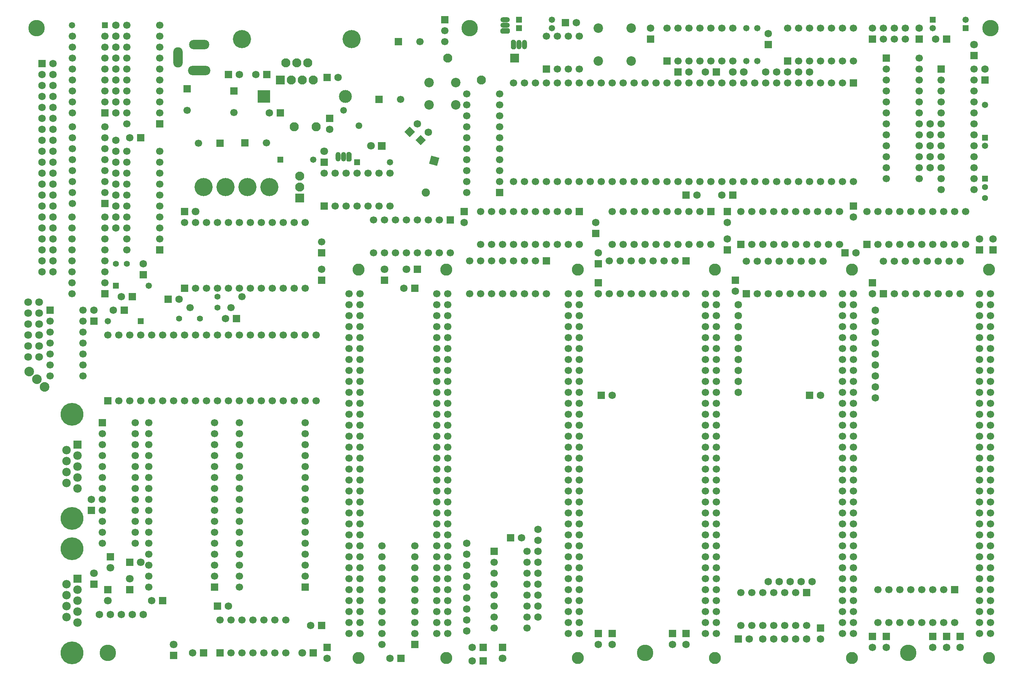
<source format=gbr>
G04 DipTrace 2.4.0.2*
%INBottomMask.gbr*%
%MOIN*%
%ADD30C,0.0748*%
%ADD49C,0.0669*%
%ADD58C,0.1102*%
%ADD59C,0.15*%
%ADD64C,0.0669*%
%ADD67C,0.0709*%
%ADD73C,0.0551*%
%ADD75C,0.0559*%
%ADD77C,0.0866*%
%ADD78R,0.0579X0.0579*%
%ADD80C,0.0579*%
%ADD82C,0.0579*%
%ADD84O,0.0866X0.0472*%
%ADD86O,0.0472X0.0866*%
%ADD88C,0.061*%
%ADD90C,0.0829*%
%ADD92O,0.0866X0.185*%
%ADD94O,0.185X0.0866*%
%ADD96O,0.2047X0.0866*%
%ADD98C,0.2079*%
%ADD100C,0.0779*%
%ADD102R,0.0779X0.0779*%
%ADD105C,0.1654*%
%ADD107C,0.1181*%
%ADD109R,0.1181X0.1181*%
%ADD111C,0.0551*%
%ADD112C,0.0879*%
%ADD115R,0.0669X0.0669*%
%ADD117R,0.0709X0.0709*%
%ADD119R,0.0679X0.0679*%
%ADD121C,0.0679*%
%ADD123C,0.0827*%
%ADD124R,0.0827X0.0827*%
%FSLAX44Y44*%
G04*
G70*
G90*
G75*
G01*
%LNBotMask*%
%LPD*%
D124*
X49055Y59695D3*
D123*
X45996Y57687D3*
X42937Y59695D3*
D121*
X64937Y58437D3*
D119*
X63937D3*
D121*
X65687Y47187D3*
D119*
X64687D3*
D121*
X66437Y58437D3*
D119*
X67437D3*
D121*
X67937Y47187D3*
D119*
X68937D3*
D121*
X54687Y62937D3*
D119*
X53687D3*
D121*
X61437Y62437D3*
D119*
Y61437D3*
D121*
X49687Y15937D3*
D119*
X48687D3*
D121*
X68437Y43187D3*
D119*
Y42187D3*
D121*
Y44687D3*
D119*
Y45687D3*
D121*
X56437Y44687D3*
D119*
Y43687D3*
D121*
X79937Y45187D3*
D119*
Y46187D3*
D121*
X44437Y44687D3*
D119*
Y45687D3*
D121*
X87437Y61437D3*
D119*
X88437D3*
D121*
X85937Y62437D3*
D119*
Y61437D3*
D121*
X91937Y58687D3*
D119*
Y57687D3*
D121*
X72187Y61937D3*
D119*
Y60937D3*
D121*
X89687Y5937D3*
D119*
Y6937D3*
D121*
X19687Y5437D3*
D119*
X20687D3*
D121*
X31437Y40437D3*
D119*
Y39437D3*
D121*
X38937Y38687D3*
D119*
X39937D3*
D117*
X37187Y39437D3*
D67*
Y40437D3*
D117*
X40187D3*
D67*
X39187D3*
D121*
X37687Y4937D3*
D119*
X38687D3*
D121*
X15937Y10187D3*
D119*
X16937D3*
D121*
X22937Y9687D3*
D119*
X21937D3*
D121*
X45187Y4687D3*
D119*
X46187D3*
D121*
X45187Y5937D3*
D119*
X46187D3*
D117*
X47937D3*
D67*
Y4937D3*
D121*
X31937D3*
D119*
Y5937D3*
D121*
X30437Y7937D3*
D119*
X31437D3*
D117*
X30687Y5437D3*
D67*
X29687D3*
D121*
X87187Y5937D3*
D119*
Y6937D3*
D121*
X88437Y5937D3*
D119*
Y6937D3*
D121*
X91437Y43187D3*
D119*
Y42187D3*
D121*
X92687Y43187D3*
D119*
Y42187D3*
D121*
X81687Y5937D3*
D119*
Y6937D3*
D121*
X82937Y5937D3*
D119*
Y6937D3*
D121*
X80187Y41937D3*
D119*
X79187D3*
D121*
X81687Y38187D3*
D119*
Y39187D3*
D121*
X63437Y6187D3*
D119*
Y7187D3*
D121*
X64687Y6187D3*
D119*
Y7187D3*
D121*
X69187Y38437D3*
D119*
Y39437D3*
D121*
X70437Y6687D3*
D119*
X69437D3*
D121*
X56687Y6187D3*
D119*
Y7187D3*
D121*
X57937Y6187D3*
D119*
Y7187D3*
D121*
X56687Y41937D3*
D119*
Y40937D3*
D121*
Y38187D3*
D119*
Y39187D3*
D121*
X76937Y6687D3*
D119*
Y7687D3*
D117*
X11937Y11187D3*
D67*
Y10187D3*
D121*
X10437Y19437D3*
D119*
Y18437D3*
D121*
X12437Y36687D3*
D119*
X13437D3*
D117*
X12187Y14187D3*
D67*
Y13187D3*
D121*
X22687Y35937D3*
D119*
X23687D3*
D117*
X13937Y11187D3*
D67*
Y12187D3*
D121*
X18437Y37687D3*
D119*
X17437D3*
D117*
X10687Y11687D3*
D67*
Y12687D3*
D117*
X13937Y13687D3*
D67*
X14937D3*
D121*
X15187Y40937D3*
D119*
Y39937D3*
D121*
X13937Y52437D3*
D119*
X14937D3*
D121*
X13187Y37937D3*
D119*
X14187D3*
D67*
X19937Y45687D3*
D117*
X18937D3*
D67*
X31687Y51187D3*
D117*
Y50187D3*
X17937Y5187D3*
D67*
Y6187D3*
D117*
X90937Y59937D3*
D67*
Y60937D3*
G36*
X37291Y51333D2*
X36583D1*
Y52041D1*
X37291D1*
Y51333D1*
G37*
D67*
X35937Y51687D3*
D121*
X57937Y28937D3*
D119*
X56937D3*
D121*
X76937D3*
D119*
X75937D3*
D121*
X10687Y36687D3*
D119*
Y35687D3*
D121*
X26687Y54687D3*
D119*
X27687D3*
D115*
X19187Y56906D3*
D49*
Y54937D3*
D115*
X23437Y56687D3*
D49*
Y54719D3*
D115*
X22187Y51937D3*
D49*
X20219D3*
D115*
X24453Y51953D3*
D49*
X26421D3*
D121*
X23937Y58187D3*
D119*
X22937D3*
D121*
X25437D3*
D119*
X26437D3*
D115*
X36687Y55937D3*
D49*
X38656D3*
D115*
X38437Y61187D3*
D49*
X40406D3*
D121*
X32187Y53187D3*
D119*
Y54187D3*
D121*
X32937Y57937D3*
D119*
X31937D3*
D121*
X40187Y53687D3*
G36*
X39000Y52980D2*
X39480Y53460D1*
X39960Y52980D1*
X39480Y52500D1*
X39000Y52980D1*
G37*
D121*
X41187Y52937D3*
G36*
X40000Y52230D2*
X40480Y52710D1*
X40960Y52230D1*
X40480Y51750D1*
X40000Y52230D1*
G37*
D112*
X4773Y31101D3*
X5480Y30394D3*
X6187Y29687D3*
D111*
X12687Y40937D3*
X13687D3*
X91937Y46937D3*
Y47937D3*
D109*
X26187Y56187D3*
D107*
X33604D3*
D105*
X34187Y61437D3*
X24187D3*
D115*
X81687D3*
D49*
Y62437D3*
X82687Y61437D3*
Y62437D3*
X83687Y61437D3*
Y62437D3*
X84687Y61437D3*
Y62437D3*
D64*
X33937Y7187D3*
Y8187D3*
Y9187D3*
Y10187D3*
Y11187D3*
Y12187D3*
Y13187D3*
Y14187D3*
Y15187D3*
Y16187D3*
Y17187D3*
Y18187D3*
Y19187D3*
Y20187D3*
Y21187D3*
Y22187D3*
Y23187D3*
Y24187D3*
Y25187D3*
Y26187D3*
Y27187D3*
Y28187D3*
Y29187D3*
Y30187D3*
Y31187D3*
Y32187D3*
Y33187D3*
Y34187D3*
Y35187D3*
Y36187D3*
Y37187D3*
Y38187D3*
X34937Y7187D3*
Y8187D3*
Y9187D3*
Y10187D3*
Y11187D3*
Y12187D3*
Y13187D3*
Y14187D3*
Y15187D3*
Y16187D3*
Y17187D3*
Y18187D3*
Y19187D3*
Y20187D3*
Y21187D3*
Y22187D3*
Y23187D3*
Y24187D3*
Y25187D3*
Y26187D3*
Y27187D3*
Y28187D3*
Y29187D3*
Y30187D3*
Y31187D3*
Y32187D3*
Y33187D3*
Y34187D3*
Y35187D3*
Y36187D3*
Y37187D3*
Y38187D3*
D58*
X34819Y4974D3*
Y40407D3*
D64*
X41937Y7187D3*
Y8187D3*
Y9187D3*
Y10187D3*
Y11187D3*
Y12187D3*
Y13187D3*
Y14187D3*
Y15187D3*
Y16187D3*
Y17187D3*
Y18187D3*
Y19187D3*
Y20187D3*
Y21187D3*
Y22187D3*
Y23187D3*
Y24187D3*
Y25187D3*
Y26187D3*
Y27187D3*
Y28187D3*
Y29187D3*
Y30187D3*
Y31187D3*
Y32187D3*
Y33187D3*
Y34187D3*
Y35187D3*
Y36187D3*
Y37187D3*
Y38187D3*
X42937Y7187D3*
Y8187D3*
Y9187D3*
Y10187D3*
Y11187D3*
Y12187D3*
Y13187D3*
Y14187D3*
Y15187D3*
Y16187D3*
Y17187D3*
Y18187D3*
Y19187D3*
Y20187D3*
Y21187D3*
Y22187D3*
Y23187D3*
Y24187D3*
Y25187D3*
Y26187D3*
Y27187D3*
Y28187D3*
Y29187D3*
Y30187D3*
Y31187D3*
Y32187D3*
Y33187D3*
Y34187D3*
Y35187D3*
Y36187D3*
Y37187D3*
Y38187D3*
D58*
X42819Y4974D3*
Y40407D3*
D64*
X53937Y7187D3*
Y8187D3*
Y9187D3*
Y10187D3*
Y11187D3*
Y12187D3*
Y13187D3*
Y14187D3*
Y15187D3*
Y16187D3*
Y17187D3*
Y18187D3*
Y19187D3*
Y20187D3*
Y21187D3*
Y22187D3*
Y23187D3*
Y24187D3*
Y25187D3*
Y26187D3*
Y27187D3*
Y28187D3*
Y29187D3*
Y30187D3*
Y31187D3*
Y32187D3*
Y33187D3*
Y34187D3*
Y35187D3*
Y36187D3*
Y37187D3*
Y38187D3*
X54937Y7187D3*
Y8187D3*
Y9187D3*
Y10187D3*
Y11187D3*
Y12187D3*
Y13187D3*
Y14187D3*
Y15187D3*
Y16187D3*
Y17187D3*
Y18187D3*
Y19187D3*
Y20187D3*
Y21187D3*
Y22187D3*
Y23187D3*
Y24187D3*
Y25187D3*
Y26187D3*
Y27187D3*
Y28187D3*
Y29187D3*
Y30187D3*
Y31187D3*
Y32187D3*
Y33187D3*
Y34187D3*
Y35187D3*
Y36187D3*
Y37187D3*
Y38187D3*
D58*
X54819Y4974D3*
Y40407D3*
D64*
X66437Y7187D3*
Y8187D3*
Y9187D3*
Y10187D3*
Y11187D3*
Y12187D3*
Y13187D3*
Y14187D3*
Y15187D3*
Y16187D3*
Y17187D3*
Y18187D3*
Y19187D3*
Y20187D3*
Y21187D3*
Y22187D3*
Y23187D3*
Y24187D3*
Y25187D3*
Y26187D3*
Y27187D3*
Y28187D3*
Y29187D3*
Y30187D3*
Y31187D3*
Y32187D3*
Y33187D3*
Y34187D3*
Y35187D3*
Y36187D3*
Y37187D3*
Y38187D3*
X67437Y7187D3*
Y8187D3*
Y9187D3*
Y10187D3*
Y11187D3*
Y12187D3*
Y13187D3*
Y14187D3*
Y15187D3*
Y16187D3*
Y17187D3*
Y18187D3*
Y19187D3*
Y20187D3*
Y21187D3*
Y22187D3*
Y23187D3*
Y24187D3*
Y25187D3*
Y26187D3*
Y27187D3*
Y28187D3*
Y29187D3*
Y30187D3*
Y31187D3*
Y32187D3*
Y33187D3*
Y34187D3*
Y35187D3*
Y36187D3*
Y37187D3*
Y38187D3*
D58*
X67319Y4974D3*
Y40407D3*
D64*
X78937Y7187D3*
Y8187D3*
Y9187D3*
Y10187D3*
Y11187D3*
Y12187D3*
Y13187D3*
Y14187D3*
Y15187D3*
Y16187D3*
Y17187D3*
Y18187D3*
Y19187D3*
Y20187D3*
Y21187D3*
Y22187D3*
Y23187D3*
Y24187D3*
Y25187D3*
Y26187D3*
Y27187D3*
Y28187D3*
Y29187D3*
Y30187D3*
Y31187D3*
Y32187D3*
Y33187D3*
Y34187D3*
Y35187D3*
Y36187D3*
Y37187D3*
Y38187D3*
X79937Y7187D3*
Y8187D3*
Y9187D3*
Y10187D3*
Y11187D3*
Y12187D3*
Y13187D3*
Y14187D3*
Y15187D3*
Y16187D3*
Y17187D3*
Y18187D3*
Y19187D3*
Y20187D3*
Y21187D3*
Y22187D3*
Y23187D3*
Y24187D3*
Y25187D3*
Y26187D3*
Y27187D3*
Y28187D3*
Y29187D3*
Y30187D3*
Y31187D3*
Y32187D3*
Y33187D3*
Y34187D3*
Y35187D3*
Y36187D3*
Y37187D3*
Y38187D3*
D58*
X79819Y4974D3*
Y40407D3*
D64*
X91437Y7187D3*
Y8187D3*
Y9187D3*
Y10187D3*
Y11187D3*
Y12187D3*
Y13187D3*
Y14187D3*
Y15187D3*
Y16187D3*
Y17187D3*
Y18187D3*
Y19187D3*
Y20187D3*
Y21187D3*
Y22187D3*
Y23187D3*
Y24187D3*
Y25187D3*
Y26187D3*
Y27187D3*
Y28187D3*
Y29187D3*
Y30187D3*
Y31187D3*
Y32187D3*
Y33187D3*
Y34187D3*
Y35187D3*
Y36187D3*
Y37187D3*
Y38187D3*
X92437Y7187D3*
Y8187D3*
Y9187D3*
Y10187D3*
Y11187D3*
Y12187D3*
Y13187D3*
Y14187D3*
Y15187D3*
Y16187D3*
Y17187D3*
Y18187D3*
Y19187D3*
Y20187D3*
Y21187D3*
Y22187D3*
Y23187D3*
Y24187D3*
Y25187D3*
Y26187D3*
Y27187D3*
Y28187D3*
Y29187D3*
Y30187D3*
Y31187D3*
Y32187D3*
Y33187D3*
Y34187D3*
Y35187D3*
Y36187D3*
Y37187D3*
Y38187D3*
D58*
X92319Y4974D3*
Y40407D3*
D102*
X9187Y24437D3*
D100*
Y23437D3*
Y22437D3*
Y21437D3*
Y20437D3*
X8187Y23937D3*
Y22937D3*
Y21937D3*
Y20937D3*
D98*
X8687Y27187D3*
Y17687D3*
D102*
X9187Y12187D3*
D100*
Y11187D3*
Y10187D3*
Y9187D3*
Y8187D3*
X8187Y11687D3*
Y10687D3*
Y9687D3*
Y8687D3*
D98*
X8687Y14937D3*
Y5437D3*
D121*
X5937Y40187D3*
Y41187D3*
Y42187D3*
Y43187D3*
Y44187D3*
Y45187D3*
Y46187D3*
Y47187D3*
Y48187D3*
Y49187D3*
Y50187D3*
Y51187D3*
Y52187D3*
Y53187D3*
Y54187D3*
Y55187D3*
Y56187D3*
Y57187D3*
Y58187D3*
D119*
Y59187D3*
D121*
X6937D3*
Y58187D3*
Y57187D3*
Y56187D3*
Y55187D3*
Y54187D3*
Y53187D3*
Y52187D3*
Y51187D3*
Y50187D3*
Y49187D3*
Y48187D3*
Y47187D3*
Y46187D3*
Y45187D3*
Y44187D3*
Y43187D3*
Y42187D3*
Y41187D3*
Y40187D3*
D105*
X22687Y47937D3*
X24687D3*
X26687D3*
X20687D3*
D115*
X31437Y41937D3*
D49*
Y42937D3*
D96*
X20276Y58575D3*
D94*
Y60937D3*
D92*
X18346Y59756D3*
D90*
X28937Y53437D3*
X30937D3*
D88*
X33437Y54937D3*
X34829Y53545D3*
G36*
X41253Y50063D2*
X41447Y50785D1*
X42169Y50592D1*
X41976Y49869D1*
X41253Y50063D1*
G37*
D30*
X40937Y47437D3*
G36*
X48701Y60625D2*
X48822Y60504D1*
X49052D1*
X49173Y60625D1*
Y61249D1*
X49052Y61370D1*
X48822D1*
X48701Y61249D1*
Y60625D1*
G37*
D86*
X49437Y60937D3*
X49937D3*
G36*
X48499Y61951D2*
X48620Y62072D1*
Y62302D1*
X48499Y62423D1*
X47875D1*
X47754Y62302D1*
Y62072D1*
X47875Y61951D1*
X48499D1*
G37*
D84*
X48187Y62687D3*
Y63187D3*
D124*
X29437Y46937D3*
D123*
Y47937D3*
Y48937D3*
G36*
X34173Y50999D2*
X34052Y51120D1*
X33822D1*
X33701Y50999D1*
Y50375D1*
X33822Y50254D1*
X34052D1*
X34173Y50375D1*
Y50999D1*
G37*
D86*
X33437Y50687D3*
X32937D3*
D121*
X75937Y58437D3*
X74937D3*
X73937D3*
X72937D3*
X71937D3*
D82*
X70187Y59437D3*
D80*
Y62437D3*
D67*
X69937Y58437D3*
X68937D3*
D82*
X71187Y59437D3*
D80*
Y62437D3*
D82*
X52437D3*
D78*
X49437D3*
D82*
X52437Y63187D3*
D78*
X49437D3*
D121*
X51187Y8687D3*
Y9687D3*
Y10687D3*
Y11687D3*
Y12687D3*
Y13687D3*
Y14687D3*
Y15687D3*
Y16687D3*
D115*
X64687Y41187D3*
D49*
X63687D3*
X62687D3*
X61687D3*
X60687D3*
X59687D3*
X58687D3*
X57687D3*
Y38195D3*
X58687D3*
X59687D3*
X60687D3*
X61687D3*
X62687D3*
X63687D3*
X64687D3*
D115*
X70187Y38187D3*
D49*
X71187D3*
X72187D3*
X73187D3*
X74187D3*
X75187D3*
X76187D3*
X77187D3*
Y41179D3*
X76187D3*
X75187D3*
X74187D3*
X73187D3*
X72187D3*
X71187D3*
X70187D3*
D121*
X69437Y29187D3*
Y30187D3*
Y31187D3*
Y32187D3*
Y33187D3*
Y34187D3*
Y35187D3*
Y36187D3*
Y37187D3*
D115*
X51937Y41187D3*
D49*
X50937D3*
X49937D3*
X48937D3*
X47937D3*
X46937D3*
X45937D3*
X44937D3*
Y38195D3*
X45937D3*
X46937D3*
X47937D3*
X48937D3*
X49937D3*
X50937D3*
X51937D3*
D115*
X82687Y38187D3*
D49*
X83687D3*
X84687D3*
X85687D3*
X86687D3*
X87687D3*
X88687D3*
X89687D3*
Y41179D3*
X88687D3*
X87687D3*
X86687D3*
X85687D3*
X84687D3*
X83687D3*
X82687D3*
D121*
X81937Y28687D3*
Y29687D3*
Y30687D3*
Y31687D3*
Y32687D3*
Y33687D3*
Y34687D3*
Y35687D3*
Y36687D3*
D115*
X43187Y44937D3*
D49*
X42187D3*
X41187D3*
X40187D3*
X39187D3*
X38187D3*
X37187D3*
X36187D3*
Y41945D3*
X37187D3*
X38187D3*
X39187D3*
X40187D3*
X41187D3*
X42187D3*
X43187D3*
D82*
X90187Y63187D3*
D78*
X87187D3*
D82*
Y62437D3*
D78*
X90187D3*
D121*
X86937Y53687D3*
Y52687D3*
Y51687D3*
Y50687D3*
Y49687D3*
X44687Y15437D3*
Y14437D3*
Y13437D3*
Y12437D3*
Y11437D3*
Y10437D3*
Y9437D3*
Y8437D3*
Y7437D3*
X75687Y6687D3*
X74687D3*
X73687D3*
X72687D3*
X71687D3*
X76187Y11937D3*
X75187D3*
X74187D3*
X73187D3*
X72187D3*
D82*
X91937Y55437D3*
D78*
Y52437D3*
D121*
X15187Y8937D3*
X14187D3*
X13187D3*
X12187D3*
X11187D3*
D82*
X11937Y35687D3*
D78*
X14937D3*
D67*
X5687Y33437D3*
Y32437D3*
X4687Y33437D3*
Y32437D3*
D115*
X11687Y54687D3*
D49*
Y55687D3*
Y56687D3*
Y57687D3*
Y58687D3*
Y59687D3*
Y60687D3*
Y61687D3*
X8695D3*
Y60687D3*
Y59687D3*
Y58687D3*
Y57687D3*
Y56687D3*
Y55687D3*
Y54687D3*
D121*
X12687Y44187D3*
Y45187D3*
Y46187D3*
Y47187D3*
Y48187D3*
Y49187D3*
Y50187D3*
Y51187D3*
Y52187D3*
D82*
X8687Y62687D3*
D78*
X11687D3*
D115*
Y46437D3*
D49*
Y47437D3*
Y48437D3*
Y49437D3*
Y50437D3*
Y51437D3*
Y52437D3*
Y53437D3*
X8695D3*
Y52437D3*
Y51437D3*
Y50437D3*
Y49437D3*
Y48437D3*
Y47437D3*
Y46437D3*
D82*
X30687Y50437D3*
D78*
X27687D3*
D67*
X5687Y37437D3*
Y36437D3*
X4687Y35437D3*
Y34437D3*
D121*
X12687Y54687D3*
Y55687D3*
Y56687D3*
Y57687D3*
Y58687D3*
Y59687D3*
Y60687D3*
Y61687D3*
Y62687D3*
D82*
X37687Y50187D3*
D78*
X34687D3*
D67*
X4687Y36437D3*
Y37437D3*
X5687Y35437D3*
Y34437D3*
D82*
X15687Y38937D3*
D78*
X12687D3*
D82*
X91937Y51687D3*
D78*
Y48687D3*
D115*
X42687Y63187D3*
D49*
Y62187D3*
Y61187D3*
D77*
X43687Y55437D3*
Y57484D3*
X41246Y55437D3*
Y57484D3*
D115*
X79937Y57437D3*
D49*
X78937D3*
X77937D3*
X76937D3*
X75937D3*
X74937D3*
X73937D3*
X72937D3*
X71937D3*
X70937D3*
X69937D3*
X68937D3*
X67937D3*
X66937D3*
X65937D3*
X64937D3*
X63937D3*
X62937D3*
X61937D3*
X60937D3*
X59937D3*
X58937D3*
X57937D3*
X56937D3*
X55937D3*
X54937D3*
X53937D3*
X52937D3*
X51937D3*
X50937D3*
X49937D3*
X48937D3*
Y48437D3*
X49937D3*
X50937D3*
X51937D3*
X52937D3*
X53937D3*
X54937D3*
X55937D3*
X56937D3*
X57937D3*
X58937D3*
X59937D3*
X60937D3*
X61937D3*
X62937D3*
X63937D3*
X64937D3*
X65937D3*
X66937D3*
X67937D3*
X68937D3*
X69937D3*
X70937D3*
X71937D3*
X72937D3*
X73937D3*
X74937D3*
X75937D3*
X76937D3*
X77937D3*
X78937D3*
X79937D3*
D115*
X6687Y36687D3*
D49*
Y35687D3*
Y34687D3*
Y33687D3*
Y32687D3*
Y31687D3*
Y30687D3*
X9687D3*
Y31687D3*
Y32687D3*
Y33687D3*
Y34687D3*
Y35687D3*
Y36687D3*
D77*
X59687Y59437D3*
Y62437D3*
X56687Y59437D3*
Y62437D3*
D115*
X62937Y59437D3*
D49*
X63937D3*
X64937D3*
X65937D3*
X66937D3*
X67937D3*
X68937D3*
Y62437D3*
X67937D3*
X66937D3*
X65937D3*
X64937D3*
X63937D3*
X62937D3*
D115*
X47187Y14687D3*
D49*
Y13687D3*
Y12687D3*
Y11687D3*
Y10687D3*
Y9687D3*
Y8687D3*
Y7687D3*
X50187D3*
Y8687D3*
Y9687D3*
Y10687D3*
Y11687D3*
Y12687D3*
Y13687D3*
Y14687D3*
D115*
X51937Y58687D3*
D49*
X52937D3*
X53937D3*
X54937D3*
Y61687D3*
X53937D3*
X52937D3*
X51937D3*
D115*
X66937Y45687D3*
D49*
X65937D3*
X64937D3*
X63937D3*
X62937D3*
X61937D3*
X60937D3*
X59937D3*
X58937D3*
X57937D3*
Y42687D3*
X58937D3*
X59937D3*
X60937D3*
X61937D3*
X62937D3*
X63937D3*
X64937D3*
X65937D3*
X66937D3*
D115*
X69687D3*
D49*
X70687D3*
X71687D3*
X72687D3*
X73687D3*
X74687D3*
X75687D3*
X76687D3*
X77687D3*
X78687D3*
Y45687D3*
X77687D3*
X76687D3*
X75687D3*
X74687D3*
X73687D3*
X72687D3*
X71687D3*
X70687D3*
X69687D3*
D115*
X54937D3*
D49*
X53937D3*
X52937D3*
X51937D3*
X50937D3*
X49937D3*
X48937D3*
X47937D3*
X46937D3*
X45937D3*
Y42687D3*
X46937D3*
X47937D3*
X48937D3*
X49937D3*
X50937D3*
X51937D3*
X52937D3*
X53937D3*
X54937D3*
D115*
X81187D3*
D49*
X82187D3*
X83187D3*
X84187D3*
X85187D3*
X86187D3*
X87187D3*
X88187D3*
X89187D3*
X90187D3*
Y45687D3*
X89187D3*
X88187D3*
X87187D3*
X86187D3*
X85187D3*
X84187D3*
X83187D3*
X82187D3*
X81187D3*
D115*
X47687Y47437D3*
D49*
Y48437D3*
Y49437D3*
Y50437D3*
Y51437D3*
Y52437D3*
Y53437D3*
Y54437D3*
Y55437D3*
Y56437D3*
X44687D3*
Y55437D3*
Y54437D3*
Y53437D3*
Y52437D3*
Y51437D3*
Y50437D3*
Y49437D3*
Y48437D3*
Y47437D3*
D115*
X73937Y59437D3*
D49*
X74937D3*
X75937D3*
X76937D3*
X77937D3*
X78937D3*
X79937D3*
Y62437D3*
X78937D3*
X77937D3*
X76937D3*
X75937D3*
X74937D3*
X73937D3*
D115*
X82937Y59687D3*
D49*
Y58687D3*
Y57687D3*
Y56687D3*
Y55687D3*
Y54687D3*
Y53687D3*
Y52687D3*
Y51687D3*
Y50687D3*
Y49687D3*
Y48687D3*
X85937D3*
Y49687D3*
Y50687D3*
Y51687D3*
Y52687D3*
Y53687D3*
Y54687D3*
Y55687D3*
Y56687D3*
Y57687D3*
Y58687D3*
Y59687D3*
D115*
X89187Y11187D3*
D49*
X88187D3*
X87187D3*
X86187D3*
X85187D3*
X84187D3*
X83187D3*
X82187D3*
Y8195D3*
X83187D3*
X84187D3*
X85187D3*
X86187D3*
X87187D3*
X88187D3*
X89187D3*
D115*
X22187Y5437D3*
D49*
X23187D3*
X24187D3*
X25187D3*
X26187D3*
X27187D3*
X28187D3*
Y8429D3*
X27187D3*
X26187D3*
X25187D3*
X24187D3*
X23187D3*
X22187D3*
D115*
X87937Y58687D3*
D49*
Y57687D3*
Y56687D3*
Y55687D3*
Y54687D3*
Y53687D3*
Y52687D3*
Y51687D3*
Y50687D3*
Y49687D3*
Y48687D3*
Y47687D3*
X90937D3*
Y48687D3*
Y49687D3*
Y50687D3*
Y51687D3*
Y52687D3*
Y53687D3*
Y54687D3*
Y55687D3*
Y56687D3*
Y57687D3*
Y58687D3*
D115*
X39937Y6187D3*
D49*
Y7187D3*
Y8187D3*
Y9187D3*
Y10187D3*
Y11187D3*
Y12187D3*
Y13187D3*
Y14187D3*
Y15187D3*
X36945Y6187D3*
Y7187D3*
Y8187D3*
Y9187D3*
Y10187D3*
Y11187D3*
Y12187D3*
Y13187D3*
Y14187D3*
Y15187D3*
D115*
X21687Y11437D3*
D49*
Y12437D3*
Y13437D3*
Y14437D3*
Y15437D3*
Y16437D3*
Y17437D3*
Y18437D3*
Y19437D3*
Y20437D3*
Y21437D3*
Y22437D3*
Y23437D3*
Y24437D3*
Y25437D3*
Y26437D3*
X15687D3*
Y25437D3*
Y24437D3*
Y23437D3*
Y22437D3*
Y21437D3*
Y20437D3*
Y19437D3*
Y18437D3*
Y17437D3*
Y16437D3*
Y15437D3*
Y14437D3*
Y13437D3*
Y12437D3*
Y11437D3*
D115*
X29937D3*
D49*
Y12437D3*
Y13437D3*
Y14437D3*
Y15437D3*
Y16437D3*
Y17437D3*
Y18437D3*
Y19437D3*
Y20437D3*
Y21437D3*
Y22437D3*
Y23437D3*
Y24437D3*
Y25437D3*
Y26437D3*
X23937D3*
Y25437D3*
Y24437D3*
Y23437D3*
Y22437D3*
Y21437D3*
Y20437D3*
Y19437D3*
Y18437D3*
Y17437D3*
Y16437D3*
Y15437D3*
Y14437D3*
Y13437D3*
Y12437D3*
Y11437D3*
D115*
X75687Y10937D3*
D49*
X74687D3*
X73687D3*
X72687D3*
X71687D3*
X70687D3*
X69687D3*
Y7937D3*
X70687D3*
X71687D3*
X72687D3*
X73687D3*
X74687D3*
X75687D3*
D115*
X11937Y28437D3*
D49*
X12937D3*
X13937D3*
X14937D3*
X15937D3*
X16937D3*
X17937D3*
X18937D3*
X19937D3*
X20937D3*
X21937D3*
X22937D3*
X23937D3*
X24937D3*
X25937D3*
X26937D3*
X27937D3*
X28937D3*
X29937D3*
X30937D3*
Y34437D3*
X29937D3*
X28937D3*
X27937D3*
X26937D3*
X25937D3*
X24937D3*
X23937D3*
X22937D3*
X21937D3*
X20937D3*
X19937D3*
X18937D3*
X17937D3*
X16937D3*
X15937D3*
X14937D3*
X13937D3*
X12937D3*
X11937D3*
D115*
X11437Y26437D3*
D49*
Y25437D3*
Y24437D3*
Y23437D3*
Y22437D3*
Y21437D3*
Y20437D3*
Y19437D3*
Y18437D3*
Y17437D3*
Y16437D3*
Y15437D3*
X14437D3*
Y16437D3*
Y17437D3*
Y18437D3*
Y19437D3*
Y20437D3*
Y21437D3*
Y22437D3*
Y23437D3*
Y24437D3*
Y25437D3*
Y26437D3*
D115*
X16687Y42187D3*
D49*
Y43187D3*
Y44187D3*
Y45187D3*
Y46187D3*
Y47187D3*
Y48187D3*
Y49187D3*
Y50187D3*
Y51187D3*
X13687D3*
Y50187D3*
Y49187D3*
Y48187D3*
Y47187D3*
Y46187D3*
Y45187D3*
Y44187D3*
Y43187D3*
Y42187D3*
D115*
X16687Y53687D3*
D49*
Y54687D3*
Y55687D3*
Y56687D3*
Y57687D3*
Y58687D3*
Y59687D3*
Y60687D3*
Y61687D3*
Y62687D3*
X13687D3*
Y61687D3*
Y60687D3*
Y59687D3*
Y58687D3*
Y57687D3*
Y56687D3*
Y55687D3*
Y54687D3*
Y53687D3*
D115*
X11687Y38187D3*
D49*
Y39187D3*
Y40187D3*
Y41187D3*
Y42187D3*
Y43187D3*
Y44187D3*
Y45187D3*
X8687D3*
Y44187D3*
Y43187D3*
Y42187D3*
Y41187D3*
Y40187D3*
Y39187D3*
Y38187D3*
D115*
X31687Y46187D3*
D49*
X32687D3*
X33687D3*
X34687D3*
X35687D3*
X36687D3*
X37687D3*
Y49187D3*
X36687D3*
X35687D3*
X34687D3*
X33687D3*
X32687D3*
X31687D3*
D115*
X18937Y38687D3*
D49*
X19937D3*
X20937D3*
X21937D3*
X22937D3*
X23937D3*
X24937D3*
X25937D3*
X26937D3*
X27937D3*
X28937D3*
X29937D3*
Y44687D3*
X28937D3*
X27937D3*
X26937D3*
X25937D3*
X24937D3*
X23937D3*
X22937D3*
X21937D3*
X20937D3*
X19937D3*
X18937D3*
D124*
X27687Y57687D3*
D123*
X28187Y59262D3*
X28687Y57687D3*
X29187Y59262D3*
X29687Y57687D3*
X30187Y59262D3*
X30687Y57687D3*
D75*
X18437Y35937D3*
X20337D3*
D73*
X21937Y37937D3*
Y36937D3*
D59*
X84937Y5437D3*
X92437Y62437D3*
X5437D3*
X11937Y5437D3*
X60937D3*
X44937Y62437D3*
D64*
X23187Y36937D3*
X24187Y37937D3*
X19437Y36937D3*
M02*

</source>
